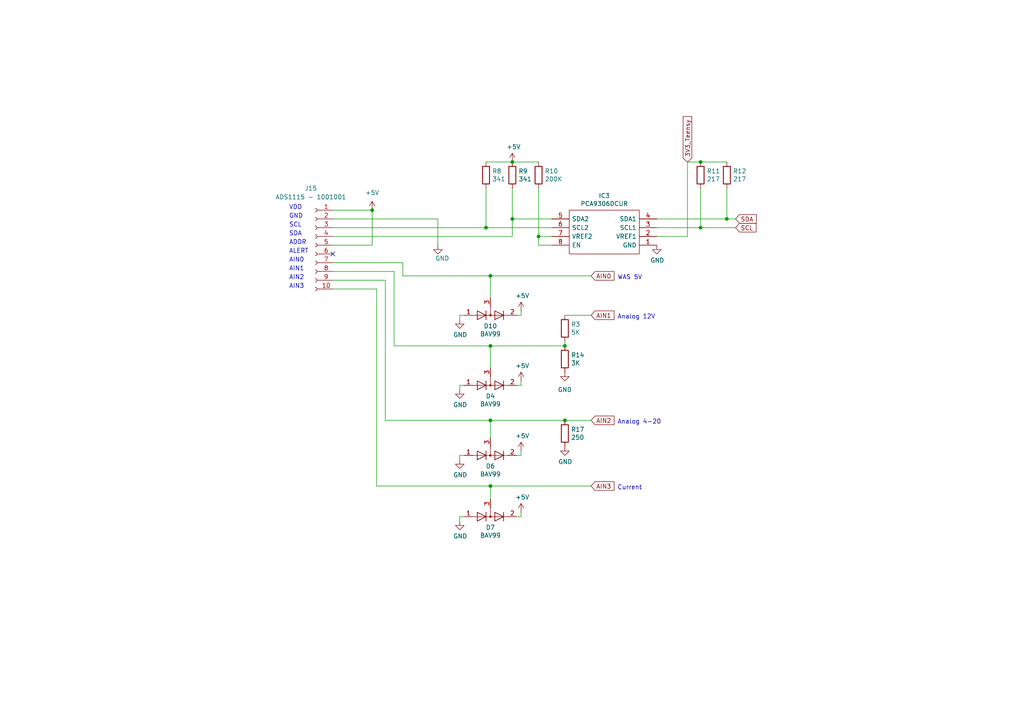
<source format=kicad_sch>
(kicad_sch (version 20211123) (generator eeschema)
  (paper "A4")
  (title_block (title "Analog") (date "2023-03-07"))
  (lib_symbols
    (symbol "Connector:Conn_01x10_Female" (pin_names (offset 1.016) hide)
      (property "Reference" "J" (at 0 12.7 0))
      (property "Value" "Conn_01x10_Female" (at 0 -15.24 0))
      (symbol "Conn_01x10_Female_1_1"
        (arc (start 0 -12.192) (mid -0.508 -12.7) (end 0 -13.208) (stroke (width 0.1524)))
        (arc (start 0 -9.652) (mid -0.508 -10.16) (end 0 -10.668) (stroke (width 0.1524)))
        (arc (start 0 -7.112) (mid -0.508 -7.62) (end 0 -8.128) (stroke (width 0.1524)))
        (arc (start 0 -4.572) (mid -0.508 -5.08) (end 0 -5.588) (stroke (width 0.1524)))
        (arc (start 0 -2.032) (mid -0.508 -2.54) (end 0 -3.048) (stroke (width 0.1524)))
        (polyline (pts (xy -1.27 -12.7) (xy -0.508 -12.7)) (stroke (width 0.1524)))
        (polyline (pts (xy -1.27 -10.16) (xy -0.508 -10.16)) (stroke (width 0.1524)))
        (polyline (pts (xy -1.27 -7.62) (xy -0.508 -7.62)) (stroke (width 0.1524)))
        (polyline (pts (xy -1.27 -5.08) (xy -0.508 -5.08)) (stroke (width 0.1524)))
        (polyline (pts (xy -1.27 -2.54) (xy -0.508 -2.54)) (stroke (width 0.1524)))
        (polyline (pts (xy -1.27 0) (xy -0.508 0)) (stroke (width 0.1524)))
        (polyline (pts (xy -1.27 2.54) (xy -0.508 2.54)) (stroke (width 0.1524)))
        (polyline (pts (xy -1.27 5.08) (xy -0.508 5.08)) (stroke (width 0.1524)))
        (polyline (pts (xy -1.27 7.62) (xy -0.508 7.62)) (stroke (width 0.1524)))
        (polyline (pts (xy -1.27 10.16) (xy -0.508 10.16)) (stroke (width 0.1524)))
        (arc (start 0 0.508) (mid -0.508 0) (end 0 -0.508) (stroke (width 0.1524)))
        (arc (start 0 3.048) (mid -0.508 2.54) (end 0 2.032) (stroke (width 0.1524)))
        (arc (start 0 5.588) (mid -0.508 5.08) (end 0 4.572) (stroke (width 0.1524)))
        (arc (start 0 8.128) (mid -0.508 7.62) (end 0 7.112) (stroke (width 0.1524)))
        (arc (start 0 10.668) (mid -0.508 10.16) (end 0 9.652) (stroke (width 0.1524)))
        (pin passive line (at -5.08 10.16 0) (length 3.81) (name "Pin_1") (number "1"))
        (pin passive line (at -5.08 -12.7 0) (length 3.81) (name "Pin_10") (number "10"))
        (pin passive line (at -5.08 7.62 0) (length 3.81) (name "Pin_2") (number "2"))
        (pin passive line (at -5.08 5.08 0) (length 3.81) (name "Pin_3") (number "3"))
        (pin passive line (at -5.08 2.54 0) (length 3.81) (name "Pin_4") (number "4"))
        (pin passive line (at -5.08 0 0) (length 3.81) (name "Pin_5") (number "5"))
        (pin passive line (at -5.08 -2.54 0) (length 3.81) (name "Pin_6") (number "6"))
        (pin passive line (at -5.08 -5.08 0) (length 3.81) (name "Pin_7") (number "7"))
        (pin passive line (at -5.08 -7.62 0) (length 3.81) (name "Pin_8") (number "8"))
        (pin passive line (at -5.08 -10.16 0) (length 3.81) (name "Pin_9") (number "9"))
      )
    )
    (symbol "Device:R" (pin_numbers hide) (pin_names (offset 0))
      (property "Reference" "R" (at 2.032 0 90))
      (property "Value" "R" (at 0 0 90))
      (symbol "R_0_1"
        (rectangle (start -1.016 -2.54) (end 1.016 2.54) (stroke (width 0.254)))
      )
      (symbol "R_1_1"
        (pin passive line (at 0 3.81 270) (length 1.27) (name "~") (number "1"))
        (pin passive line (at 0 -3.81 90) (length 1.27) (name "~") (number "2"))
      )
    )
    (symbol "Diode:BAV99" (pin_names hide)
      (property "Reference" "D" (at 0 5.08 0))
      (property "Value" "BAV99" (at 0 2.54 0))
      (symbol "BAV99_0_1"
        (polyline (pts (xy -5.08 0) (xy 5.08 0)))
      )
      (symbol "BAV99_1_1"
        (polyline (pts (xy 0 0) (xy 0 -2.54)))
        (polyline (pts (xy -1.27 -1.27) (xy -1.27 1.27) (xy -1.27 1.27)) (stroke (width 0.2032)))
        (polyline (pts (xy 3.81 1.27) (xy 3.81 -1.27) (xy 3.81 -1.27)) (stroke (width 0.2032)))
        (polyline (pts (xy -3.81 1.27) (xy -1.27 0) (xy -3.81 -1.27) (xy -3.81 1.27) (xy -3.81 1.27) (xy -3.81 1.27)) (stroke (width 0.2032)))
        (polyline (pts (xy 1.27 1.27) (xy 3.81 0) (xy 1.27 -1.27) (xy 1.27 1.27) (xy 1.27 1.27) (xy 1.27 1.27)) (stroke (width 0.2032)))
        (circle (center 0 0) (radius 0.254) (fill (type outline)))
        (pin passive line (at -7.62 0 0) (length 2.54) (name "K") (number "1"))
        (pin passive line (at 7.62 0 180) (length 2.54) (name "A") (number "2"))
        (pin passive line (at 0 -5.08 90) (length 2.54) (name "K") (number "3"))
      )
    )
    (symbol "MyLib:PCA9306DCUR" (pin_names (offset 0.762))
      (property "Reference" "IC" (at 26.67 7.62 0))
      (property "Value" "PCA9306DCUR" (at 26.67 5.08 0))
      (symbol "PCA9306DCUR_0_0"
        (pin passive line (at 0 0 0) (length 5.08) (name "GND") (number "1"))
        (pin passive line (at 0 -2.54 0) (length 5.08) (name "VREF1") (number "2"))
        (pin passive line (at 0 -5.08 0) (length 5.08) (name "SCL1") (number "3"))
        (pin passive line (at 0 -7.62 0) (length 5.08) (name "SDA1") (number "4"))
        (pin passive line (at 30.48 -7.62 180) (length 5.08) (name "SDA2") (number "5"))
        (pin passive line (at 30.48 -5.08 180) (length 5.08) (name "SCL2") (number "6"))
        (pin passive line (at 30.48 -2.54 180) (length 5.08) (name "VREF2") (number "7"))
        (pin passive line (at 30.48 0 180) (length 5.08) (name "EN") (number "8"))
      )
      (symbol "PCA9306DCUR_0_1"
        (polyline (pts (xy 5.08 2.54) (xy 25.4 2.54) (xy 25.4 -10.16) (xy 5.08 -10.16) (xy 5.08 2.54)) (stroke (width 0.1524)))
      )
    )
    (symbol "power:+5V" (power) (pin_names (offset 0))
      (property "Value" "+5V" (at 0 3.556 0))
      (symbol "+5V_0_1"
        (polyline (pts (xy -0.762 1.27) (xy 0 2.54)))
        (polyline (pts (xy 0 0) (xy 0 2.54)))
        (polyline (pts (xy 0 2.54) (xy 0.762 1.27)))
      )
      (symbol "+5V_1_1"
        (pin power_in line (at 0 0 90) (length 0) hide (name "+5V") (number "1"))
      )
    )
    (symbol "power:GND" (power) (pin_names (offset 0))
      (property "Value" "GND" (at 0 -3.81 0))
      (symbol "GND_0_1"
        (polyline (pts (xy 0 0) (xy 0 -1.27) (xy 1.27 -1.27) (xy 0 -2.54) (xy -1.27 -1.27) (xy 0 -1.27)))
      )
      (symbol "GND_1_1"
        (pin power_in line (at 0 0 270) (length 0) hide (name "GND") (number "1"))
      )
    )
  )
  (junction (at 156.21 68.58))
  (junction (at 163.83 100.33))
  (junction (at 142.24 121.92))
  (junction (at 142.24 80.01))
  (junction (at 163.83 121.92))
  (junction (at 203.2 66.04))
  (junction (at 203.2 46.99))
  (junction (at 107.95 60.96))
  (junction (at 210.82 63.5))
  (junction (at 140.97 66.04))
  (junction (at 148.59 46.99))
  (junction (at 148.59 63.5))
  (junction (at 142.24 100.33))
  (junction (at 142.24 140.97))
  (no_connect (at 96.52 73.66))
  (wire (pts (xy 96.52 81.28) (xy 111.76 81.28)))
  (wire (pts (xy 133.35 149.86) (xy 133.35 151.13)))
  (wire (pts (xy 156.21 71.12) (xy 160.02 71.12)))
  (wire (pts (xy 96.52 60.96) (xy 107.95 60.96)))
  (wire (pts (xy 203.2 46.99) (xy 210.82 46.99)))
  (wire (pts (xy 149.86 91.44) (xy 151.13 91.44)))
  (wire (pts (xy 127 63.5) (xy 127 71.12)))
  (wire (pts (xy 142.24 121.92) (xy 163.83 121.92)))
  (wire (pts (xy 142.24 80.01) (xy 116.84 80.01)))
  (wire (pts (xy 140.97 66.04) (xy 160.02 66.04)))
  (wire (pts (xy 210.82 63.5) (xy 213.36 63.5)))
  (wire (pts (xy 149.86 132.08) (xy 151.13 132.08)))
  (wire (pts (xy 203.2 54.61) (xy 203.2 66.04)))
  (wire (pts (xy 199.39 46.99) (xy 199.39 68.58)))
  (wire (pts (xy 203.2 66.04) (xy 213.36 66.04)))
  (wire (pts (xy 134.62 132.08) (xy 133.35 132.08)))
  (wire (pts (xy 151.13 111.76) (xy 151.13 110.49)))
  (wire (pts (xy 163.83 99.06) (xy 163.83 100.33)))
  (wire (pts (xy 96.52 68.58) (xy 148.59 68.58)))
  (wire (pts (xy 199.39 46.99) (xy 203.2 46.99)))
  (wire (pts (xy 133.35 91.44) (xy 133.35 92.71)))
  (wire (pts (xy 148.59 46.99) (xy 156.21 46.99)))
  (wire (pts (xy 116.84 76.2) (xy 116.84 80.01)))
  (wire (pts (xy 148.59 54.61) (xy 148.59 63.5)))
  (wire (pts (xy 133.35 111.76) (xy 133.35 113.03)))
  (wire (pts (xy 156.21 68.58) (xy 156.21 71.12)))
  (wire (pts (xy 96.52 71.12) (xy 107.95 71.12)))
  (wire (pts (xy 149.86 149.86) (xy 151.13 149.86)))
  (wire (pts (xy 142.24 100.33) (xy 163.83 100.33)))
  (wire (pts (xy 151.13 132.08) (xy 151.13 130.81)))
  (wire (pts (xy 151.13 91.44) (xy 151.13 90.17)))
  (wire (pts (xy 142.24 80.01) (xy 142.24 86.36)))
  (wire (pts (xy 96.52 78.74) (xy 114.3 78.74)))
  (wire (pts (xy 151.13 149.86) (xy 151.13 148.59)))
  (wire (pts (xy 134.62 91.44) (xy 133.35 91.44)))
  (wire (pts (xy 142.24 100.33) (xy 142.24 106.68)))
  (wire (pts (xy 142.24 140.97) (xy 171.45 140.97)))
  (wire (pts (xy 96.52 76.2) (xy 116.84 76.2)))
  (wire (pts (xy 114.3 78.74) (xy 114.3 100.33)))
  (wire (pts (xy 114.3 100.33) (xy 142.24 100.33)))
  (wire (pts (xy 111.76 121.92) (xy 142.24 121.92)))
  (wire (pts (xy 148.59 63.5) (xy 148.59 68.58)))
  (wire (pts (xy 109.22 140.97) (xy 142.24 140.97)))
  (wire (pts (xy 140.97 46.99) (xy 148.59 46.99)))
  (wire (pts (xy 142.24 80.01) (xy 171.45 80.01)))
  (wire (pts (xy 133.35 132.08) (xy 133.35 133.35)))
  (wire (pts (xy 190.5 66.04) (xy 203.2 66.04)))
  (wire (pts (xy 163.83 91.44) (xy 171.45 91.44)))
  (wire (pts (xy 156.21 68.58) (xy 160.02 68.58)))
  (wire (pts (xy 96.52 63.5) (xy 127 63.5)))
  (wire (pts (xy 134.62 149.86) (xy 133.35 149.86)))
  (wire (pts (xy 149.86 111.76) (xy 151.13 111.76)))
  (wire (pts (xy 163.83 121.92) (xy 171.45 121.92)))
  (wire (pts (xy 107.95 71.12) (xy 107.95 60.96)))
  (wire (pts (xy 134.62 111.76) (xy 133.35 111.76)))
  (wire (pts (xy 148.59 63.5) (xy 160.02 63.5)))
  (wire (pts (xy 210.82 54.61) (xy 210.82 63.5)))
  (wire (pts (xy 140.97 54.61) (xy 140.97 66.04)))
  (wire (pts (xy 142.24 121.92) (xy 142.24 127)))
  (wire (pts (xy 111.76 81.28) (xy 111.76 121.92)))
  (wire (pts (xy 156.21 54.61) (xy 156.21 68.58)))
  (wire (pts (xy 96.52 66.04) (xy 140.97 66.04)))
  (wire (pts (xy 190.5 63.5) (xy 210.82 63.5)))
  (wire (pts (xy 190.5 68.58) (xy 199.39 68.58)))
  (wire (pts (xy 142.24 140.97) (xy 142.24 144.78)))
  (wire (pts (xy 109.22 83.82) (xy 109.22 140.97)))
  (wire (pts (xy 96.52 83.82) (xy 109.22 83.82)))
  (text "AIN1" (at 83.82 78.74 0) (effects (font (size 1.27 1.27)) (justify left bottom)))
  (text "WAS 5V" (at 179.07 81.28 0) (effects (font (size 1.27 1.27)) (justify left bottom)))
  (text "ADDR" (at 83.82 71.12 0) (effects (font (size 1.27 1.27)) (justify left bottom)))
  (text "GND" (at 83.82 63.5 0) (effects (font (size 1.27 1.27)) (justify left bottom)))
  (text "Analog 4-20" (at 179.07 123.19 0) (effects (font (size 1.27 1.27)) (justify left bottom)))
  (text "AIN2" (at 83.82 81.28 0) (effects (font (size 1.27 1.27)) (justify left bottom)))
  (text "SCL" (at 83.82 66.04 0) (effects (font (size 1.27 1.27)) (justify left bottom)))
  (text "ALERT" (at 83.82 73.66 0) (effects (font (size 1.27 1.27)) (justify left bottom)))
  (text "VDD" (at 83.82 60.96 0) (effects (font (size 1.27 1.27)) (justify left bottom)))
  (text "SDA" (at 83.82 68.58 0) (effects (font (size 1.27 1.27)) (justify left bottom)))
  (text "AIN3" (at 83.82 83.82 0) (effects (font (size 1.27 1.27)) (justify left bottom)))
  (text "Current" (at 179.07 142.24 0) (effects (font (size 1.27 1.27)) (justify left bottom)))
  (text "Analog 12V" (at 179.07 92.71 0) (effects (font (size 1.27 1.27)) (justify left bottom)))
  (text "AIN0" (at 83.82 76.2 0) (effects (font (size 1.27 1.27)) (justify left bottom)))
  (global_label "AIN3" (shape input) (at 171.45 140.97 0) (property "Intersheet References" "${INTERSHEET_REFS}" (effects hide)))
  (global_label "AIN1" (shape input) (at 171.45 91.44 0) (property "Intersheet References" "${INTERSHEET_REFS}" (effects hide)))
  (global_label "SCL" (shape input) (at 213.36 66.04 0) (property "Intersheet References" "${INTERSHEET_REFS}" (effects hide)))
  (global_label "SDA" (shape input) (at 213.36 63.5 0) (property "Intersheet References" "${INTERSHEET_REFS}" (effects hide)))
  (global_label "3V3_Teensy" (shape input) (at 199.39 46.99 90) (property "Intersheet References" "${INTERSHEET_REFS}" (effects hide)))
  (global_label "AIN2" (shape input) (at 171.45 121.92 0) (property "Intersheet References" "${INTERSHEET_REFS}" (effects hide)))
  (global_label "AIN0" (shape input) (at 171.45 80.01 0) (property "Intersheet References" "${INTERSHEET_REFS}" (effects hide)))
  (symbol (lib_id "Device:R") (at 163.83 104.14 0) (unit 1)
    (property "Reference" "R14" (at 165.608 102.9716 0) (effects (justify left)))
    (property "Value" "3K" (at 165.608 105.283 0) (effects (justify left)))
    (property "Footprint" "Resistor_SMD:R_0603_1608Metric" (effects hide))
  )
  (symbol (lib_id "Device:R") (at 140.97 50.8 0) (unit 1)
    (property "Reference" "R8" (at 142.748 49.6316 0) (effects (justify left)))
    (property "Value" "341" (at 142.748 51.943 0) (effects (justify left)))
    (property "Footprint" "Resistor_SMD:R_0603_1608Metric" (effects hide))
  )
  (symbol (lib_id "Diode:BAV99") (at 142.24 132.08 0) (mirror x) (unit 1)
    (property "Reference" "D6" (at 142.24 135.2042 0))
    (property "Value" "BAV99" (at 142.24 137.5156 0))
    (property "Footprint" "Package_TO_SOT_SMD:SOT-23" (effects hide))
    (property "Datasheet" "https://assets.nexperia.com/documents/data-sheet/BAV99_SER.pdf" (effects hide))
  )
  (symbol (lib_id "power:GND") (at 163.83 129.54 0) (unit 1)
    (property "Reference" "#PWR059" (effects hide))
    (property "Value" "GND" (at 163.957 133.9342 0))
  )
  (symbol (lib_id "Device:R") (at 156.21 50.8 0) (unit 1)
    (property "Reference" "R10" (at 157.988 49.6316 0) (effects (justify left)))
    (property "Value" "200K" (at 157.988 51.943 0) (effects (justify left)))
    (property "Footprint" "Resistor_SMD:R_0603_1608Metric" (effects hide))
  )
  (symbol (lib_id "power:+5V") (at 148.59 46.99 0) (unit 1)
    (property "Reference" "#PWR045" (effects hide))
    (property "Value" "+5V" (at 148.971 42.5958 0))
  )
  (symbol (lib_id "power:GND") (at 133.35 92.71 0) (unit 1)
    (property "Reference" "#PWR017" (effects hide))
    (property "Value" "GND" (at 133.477 97.1042 0))
  )
  (symbol (lib_id "power:+5V") (at 107.95 60.96 0) (unit 1)
    (property "Reference" "#PWR041" (effects hide))
    (property "Value" "+5V" (at 107.95 55.88 0))
  )
  (symbol (lib_id "Device:R") (at 163.83 95.25 0) (unit 1)
    (property "Reference" "R3" (at 165.608 94.0816 0) (effects (justify left)))
    (property "Value" "5K" (at 165.608 96.393 0) (effects (justify left)))
    (property "Footprint" "Resistor_SMD:R_0603_1608Metric" (effects hide))
  )
  (symbol (lib_id "Diode:BAV99") (at 142.24 111.76 0) (mirror x) (unit 1)
    (property "Reference" "D4" (at 142.24 114.8842 0))
    (property "Value" "BAV99" (at 142.24 117.1956 0))
    (property "Footprint" "Package_TO_SOT_SMD:SOT-23" (effects hide))
    (property "Datasheet" "https://assets.nexperia.com/documents/data-sheet/BAV99_SER.pdf" (effects hide))
  )
  (symbol (lib_id "Device:R") (at 148.59 50.8 0) (unit 1)
    (property "Reference" "R9" (at 150.368 49.6316 0) (effects (justify left)))
    (property "Value" "341" (at 150.368 51.943 0) (effects (justify left)))
    (property "Footprint" "Resistor_SMD:R_0603_1608Metric" (effects hide))
  )
  (symbol (lib_id "Device:R") (at 163.83 125.73 0) (unit 1)
    (property "Reference" "R17" (at 165.608 124.5616 0) (effects (justify left)))
    (property "Value" "250" (at 165.608 126.873 0) (effects (justify left)))
    (property "Footprint" "Resistor_SMD:R_0603_1608Metric" (effects hide))
  )
  (symbol (lib_id "Device:R") (at 210.82 50.8 0) (unit 1)
    (property "Reference" "R12" (at 212.598 49.6316 0) (effects (justify left)))
    (property "Value" "217" (at 212.598 51.943 0) (effects (justify left)))
    (property "Footprint" "Resistor_SMD:R_0603_1608Metric" (effects hide))
  )
  (symbol (lib_id "power:+5V") (at 151.13 130.81 0) (unit 1)
    (property "Reference" "#PWR030" (effects hide))
    (property "Value" "+5V" (at 151.511 126.4158 0))
  )
  (symbol (lib_id "Diode:BAV99") (at 142.24 91.44 0) (mirror x) (unit 1)
    (property "Reference" "D10" (at 142.24 94.5642 0))
    (property "Value" "BAV99" (at 142.24 96.8756 0))
    (property "Footprint" "Package_TO_SOT_SMD:SOT-23" (effects hide))
    (property "Datasheet" "https://assets.nexperia.com/documents/data-sheet/BAV99_SER.pdf" (effects hide))
  )
  (symbol (lib_id "power:GND") (at 133.35 133.35 0) (unit 1)
    (property "Reference" "#PWR029" (effects hide))
    (property "Value" "GND" (at 133.477 137.7442 0))
  )
  (symbol (lib_id "power:GND") (at 127 71.12 0) (unit 1)
    (property "Reference" "#PWR043" (effects hide))
    (property "Value" "GND" (at 128.27 74.93 0))
  )
  (symbol (lib_id "power:GND") (at 163.83 107.95 0) (unit 1)
    (property "Reference" "#PWR032" (effects hide))
    (property "Value" "GND" (at 163.83 113.03 0))
  )
  (symbol (lib_id "power:GND") (at 133.35 113.03 0) (unit 1)
    (property "Reference" "#PWR042" (effects hide))
    (property "Value" "GND" (at 133.477 117.4242 0))
  )
  (symbol (lib_id "power:GND") (at 190.5 71.12 0) (unit 1)
    (property "Reference" "#PWR046" (effects hide))
    (property "Value" "GND" (at 190.627 75.5142 0))
  )
  (symbol (lib_id "Diode:BAV99") (at 142.24 149.86 0) (mirror x) (unit 1)
    (property "Reference" "D7" (at 142.24 152.9842 0))
    (property "Value" "BAV99" (at 142.24 155.2956 0))
    (property "Footprint" "Package_TO_SOT_SMD:SOT-23" (effects hide))
    (property "Datasheet" "https://assets.nexperia.com/documents/data-sheet/BAV99_SER.pdf" (effects hide))
  )
  (symbol (lib_id "Connector:Conn_01x10_Female") (at 91.44 71.12 0) (mirror y) (unit 1)
    (property "Reference" "J15" (at 90.17 54.61 0))
    (property "Value" "ADS1115 - 1001001" (at 90.17 57.15 0))
    (property "Footprint" "Connector_PinSocket_2.54mm:PinSocket_1x10_P2.54mm_Vertical" (effects hide))
  )
  (symbol (lib_id "power:+5V") (at 151.13 148.59 0) (unit 1)
    (property "Reference" "#PWR061" (effects hide))
    (property "Value" "+5V" (at 151.511 144.1958 0))
  )
  (symbol (lib_id "power:+5V") (at 151.13 110.49 0) (unit 1)
    (property "Reference" "#PWR044" (effects hide))
    (property "Value" "+5V" (at 151.511 106.0958 0))
  )
  (symbol (lib_id "power:+5V") (at 151.13 90.17 0) (unit 1)
    (property "Reference" "#PWR050" (effects hide))
    (property "Value" "+5V" (at 151.511 85.7758 0))
  )
  (symbol (lib_id "power:GND") (at 133.35 151.13 0) (unit 1)
    (property "Reference" "#PWR060" (effects hide))
    (property "Value" "GND" (at 133.477 155.5242 0))
  )
  (symbol (lib_id "Device:R") (at 203.2 50.8 0) (unit 1)
    (property "Reference" "R11" (at 204.978 49.6316 0) (effects (justify left)))
    (property "Value" "217" (at 204.978 51.943 0) (effects (justify left)))
    (property "Footprint" "Resistor_SMD:R_0603_1608Metric" (effects hide))
  )
  (symbol (lib_id "MyLib:PCA9306DCUR") (at 190.5 71.12 180) (unit 1)
    (property "Reference" "IC3" (at 175.26 56.769 0))
    (property "Value" "PCA9306DCUR" (at 175.26 59.0804 0))
    (property "Footprint" "MyFootprints:PCA9306DCUR" (effects hide))
    (property "Datasheet" "http://www.ti.com/lit/gpn/pca9306" (effects hide))
    (property "Description" "2-Bit Bidirectional I2C Bus and SMBus Voltage-Level Shifter" (effects hide))
    (property "Height" "0.9" (effects hide))
    (property "Mouser Part Number" "595-PCA9306DCUR" (effects hide))
    (property "Mouser Price/Stock" "https://www.mouser.co.uk/ProductDetail/Texas-Instruments/PCA9306DCUR?qs=wgAEGBTxy7nQr5PRxNBUNA%3D%3D" (effects hide))
    (property "Manufacturer_Name" "Texas Instruments" (effects hide))
    (property "Manufacturer_Part_Number" "PCA9306DCUR" (effects hide))
  )
)
</source>
